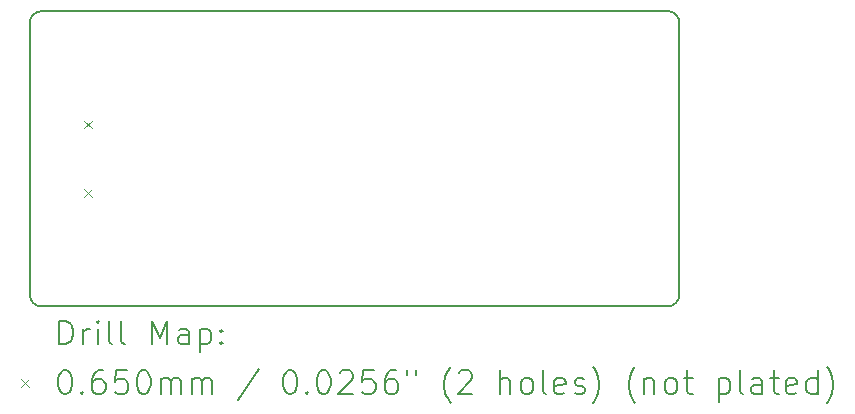
<source format=gbr>
%TF.GenerationSoftware,KiCad,Pcbnew,9.0.0*%
%TF.CreationDate,2025-05-06T12:44:32+02:00*%
%TF.ProjectId,Headless TEF lite,48656164-6c65-4737-9320-544546206c69,v1.0*%
%TF.SameCoordinates,Original*%
%TF.FileFunction,Drillmap*%
%TF.FilePolarity,Positive*%
%FSLAX45Y45*%
G04 Gerber Fmt 4.5, Leading zero omitted, Abs format (unit mm)*
G04 Created by KiCad (PCBNEW 9.0.0) date 2025-05-06 12:44:32*
%MOMM*%
%LPD*%
G01*
G04 APERTURE LIST*
%ADD10C,0.200000*%
%ADD11C,0.100000*%
G04 APERTURE END LIST*
D10*
X11390000Y-7400000D02*
X11390000Y-5100000D01*
X16890000Y-7400000D02*
G75*
G02*
X16790000Y-7500000I-100000J0D01*
G01*
X11490000Y-7500000D02*
G75*
G02*
X11390000Y-7400000I0J100000D01*
G01*
X11490000Y-7500000D02*
X16790000Y-7500000D01*
X16790000Y-5000000D02*
G75*
G02*
X16890000Y-5100000I0J-100000D01*
G01*
X16790000Y-5000000D02*
X11490000Y-5000000D01*
X11390000Y-5100000D02*
G75*
G02*
X11490000Y-5000000I100000J0D01*
G01*
X16890000Y-5100000D02*
X16890000Y-7400000D01*
D11*
X11853000Y-5928500D02*
X11918000Y-5993500D01*
X11918000Y-5928500D02*
X11853000Y-5993500D01*
X11853000Y-6506500D02*
X11918000Y-6571500D01*
X11918000Y-6506500D02*
X11853000Y-6571500D01*
D10*
X11640777Y-7821484D02*
X11640777Y-7621484D01*
X11640777Y-7621484D02*
X11688396Y-7621484D01*
X11688396Y-7621484D02*
X11716967Y-7631008D01*
X11716967Y-7631008D02*
X11736015Y-7650055D01*
X11736015Y-7650055D02*
X11745539Y-7669103D01*
X11745539Y-7669103D02*
X11755062Y-7707198D01*
X11755062Y-7707198D02*
X11755062Y-7735769D01*
X11755062Y-7735769D02*
X11745539Y-7773865D01*
X11745539Y-7773865D02*
X11736015Y-7792912D01*
X11736015Y-7792912D02*
X11716967Y-7811960D01*
X11716967Y-7811960D02*
X11688396Y-7821484D01*
X11688396Y-7821484D02*
X11640777Y-7821484D01*
X11840777Y-7821484D02*
X11840777Y-7688150D01*
X11840777Y-7726246D02*
X11850301Y-7707198D01*
X11850301Y-7707198D02*
X11859824Y-7697674D01*
X11859824Y-7697674D02*
X11878872Y-7688150D01*
X11878872Y-7688150D02*
X11897920Y-7688150D01*
X11964586Y-7821484D02*
X11964586Y-7688150D01*
X11964586Y-7621484D02*
X11955062Y-7631008D01*
X11955062Y-7631008D02*
X11964586Y-7640531D01*
X11964586Y-7640531D02*
X11974110Y-7631008D01*
X11974110Y-7631008D02*
X11964586Y-7621484D01*
X11964586Y-7621484D02*
X11964586Y-7640531D01*
X12088396Y-7821484D02*
X12069348Y-7811960D01*
X12069348Y-7811960D02*
X12059824Y-7792912D01*
X12059824Y-7792912D02*
X12059824Y-7621484D01*
X12193158Y-7821484D02*
X12174110Y-7811960D01*
X12174110Y-7811960D02*
X12164586Y-7792912D01*
X12164586Y-7792912D02*
X12164586Y-7621484D01*
X12421729Y-7821484D02*
X12421729Y-7621484D01*
X12421729Y-7621484D02*
X12488396Y-7764341D01*
X12488396Y-7764341D02*
X12555062Y-7621484D01*
X12555062Y-7621484D02*
X12555062Y-7821484D01*
X12736015Y-7821484D02*
X12736015Y-7716722D01*
X12736015Y-7716722D02*
X12726491Y-7697674D01*
X12726491Y-7697674D02*
X12707443Y-7688150D01*
X12707443Y-7688150D02*
X12669348Y-7688150D01*
X12669348Y-7688150D02*
X12650301Y-7697674D01*
X12736015Y-7811960D02*
X12716967Y-7821484D01*
X12716967Y-7821484D02*
X12669348Y-7821484D01*
X12669348Y-7821484D02*
X12650301Y-7811960D01*
X12650301Y-7811960D02*
X12640777Y-7792912D01*
X12640777Y-7792912D02*
X12640777Y-7773865D01*
X12640777Y-7773865D02*
X12650301Y-7754817D01*
X12650301Y-7754817D02*
X12669348Y-7745293D01*
X12669348Y-7745293D02*
X12716967Y-7745293D01*
X12716967Y-7745293D02*
X12736015Y-7735769D01*
X12831253Y-7688150D02*
X12831253Y-7888150D01*
X12831253Y-7697674D02*
X12850301Y-7688150D01*
X12850301Y-7688150D02*
X12888396Y-7688150D01*
X12888396Y-7688150D02*
X12907443Y-7697674D01*
X12907443Y-7697674D02*
X12916967Y-7707198D01*
X12916967Y-7707198D02*
X12926491Y-7726246D01*
X12926491Y-7726246D02*
X12926491Y-7783388D01*
X12926491Y-7783388D02*
X12916967Y-7802436D01*
X12916967Y-7802436D02*
X12907443Y-7811960D01*
X12907443Y-7811960D02*
X12888396Y-7821484D01*
X12888396Y-7821484D02*
X12850301Y-7821484D01*
X12850301Y-7821484D02*
X12831253Y-7811960D01*
X13012205Y-7802436D02*
X13021729Y-7811960D01*
X13021729Y-7811960D02*
X13012205Y-7821484D01*
X13012205Y-7821484D02*
X13002682Y-7811960D01*
X13002682Y-7811960D02*
X13012205Y-7802436D01*
X13012205Y-7802436D02*
X13012205Y-7821484D01*
X13012205Y-7697674D02*
X13021729Y-7707198D01*
X13021729Y-7707198D02*
X13012205Y-7716722D01*
X13012205Y-7716722D02*
X13002682Y-7707198D01*
X13002682Y-7707198D02*
X13012205Y-7697674D01*
X13012205Y-7697674D02*
X13012205Y-7716722D01*
D11*
X11315000Y-8117500D02*
X11380000Y-8182500D01*
X11380000Y-8117500D02*
X11315000Y-8182500D01*
D10*
X11678872Y-8041484D02*
X11697920Y-8041484D01*
X11697920Y-8041484D02*
X11716967Y-8051008D01*
X11716967Y-8051008D02*
X11726491Y-8060531D01*
X11726491Y-8060531D02*
X11736015Y-8079579D01*
X11736015Y-8079579D02*
X11745539Y-8117674D01*
X11745539Y-8117674D02*
X11745539Y-8165293D01*
X11745539Y-8165293D02*
X11736015Y-8203388D01*
X11736015Y-8203388D02*
X11726491Y-8222436D01*
X11726491Y-8222436D02*
X11716967Y-8231960D01*
X11716967Y-8231960D02*
X11697920Y-8241484D01*
X11697920Y-8241484D02*
X11678872Y-8241484D01*
X11678872Y-8241484D02*
X11659824Y-8231960D01*
X11659824Y-8231960D02*
X11650301Y-8222436D01*
X11650301Y-8222436D02*
X11640777Y-8203388D01*
X11640777Y-8203388D02*
X11631253Y-8165293D01*
X11631253Y-8165293D02*
X11631253Y-8117674D01*
X11631253Y-8117674D02*
X11640777Y-8079579D01*
X11640777Y-8079579D02*
X11650301Y-8060531D01*
X11650301Y-8060531D02*
X11659824Y-8051008D01*
X11659824Y-8051008D02*
X11678872Y-8041484D01*
X11831253Y-8222436D02*
X11840777Y-8231960D01*
X11840777Y-8231960D02*
X11831253Y-8241484D01*
X11831253Y-8241484D02*
X11821729Y-8231960D01*
X11821729Y-8231960D02*
X11831253Y-8222436D01*
X11831253Y-8222436D02*
X11831253Y-8241484D01*
X12012205Y-8041484D02*
X11974110Y-8041484D01*
X11974110Y-8041484D02*
X11955062Y-8051008D01*
X11955062Y-8051008D02*
X11945539Y-8060531D01*
X11945539Y-8060531D02*
X11926491Y-8089103D01*
X11926491Y-8089103D02*
X11916967Y-8127198D01*
X11916967Y-8127198D02*
X11916967Y-8203388D01*
X11916967Y-8203388D02*
X11926491Y-8222436D01*
X11926491Y-8222436D02*
X11936015Y-8231960D01*
X11936015Y-8231960D02*
X11955062Y-8241484D01*
X11955062Y-8241484D02*
X11993158Y-8241484D01*
X11993158Y-8241484D02*
X12012205Y-8231960D01*
X12012205Y-8231960D02*
X12021729Y-8222436D01*
X12021729Y-8222436D02*
X12031253Y-8203388D01*
X12031253Y-8203388D02*
X12031253Y-8155769D01*
X12031253Y-8155769D02*
X12021729Y-8136722D01*
X12021729Y-8136722D02*
X12012205Y-8127198D01*
X12012205Y-8127198D02*
X11993158Y-8117674D01*
X11993158Y-8117674D02*
X11955062Y-8117674D01*
X11955062Y-8117674D02*
X11936015Y-8127198D01*
X11936015Y-8127198D02*
X11926491Y-8136722D01*
X11926491Y-8136722D02*
X11916967Y-8155769D01*
X12212205Y-8041484D02*
X12116967Y-8041484D01*
X12116967Y-8041484D02*
X12107443Y-8136722D01*
X12107443Y-8136722D02*
X12116967Y-8127198D01*
X12116967Y-8127198D02*
X12136015Y-8117674D01*
X12136015Y-8117674D02*
X12183634Y-8117674D01*
X12183634Y-8117674D02*
X12202682Y-8127198D01*
X12202682Y-8127198D02*
X12212205Y-8136722D01*
X12212205Y-8136722D02*
X12221729Y-8155769D01*
X12221729Y-8155769D02*
X12221729Y-8203388D01*
X12221729Y-8203388D02*
X12212205Y-8222436D01*
X12212205Y-8222436D02*
X12202682Y-8231960D01*
X12202682Y-8231960D02*
X12183634Y-8241484D01*
X12183634Y-8241484D02*
X12136015Y-8241484D01*
X12136015Y-8241484D02*
X12116967Y-8231960D01*
X12116967Y-8231960D02*
X12107443Y-8222436D01*
X12345539Y-8041484D02*
X12364586Y-8041484D01*
X12364586Y-8041484D02*
X12383634Y-8051008D01*
X12383634Y-8051008D02*
X12393158Y-8060531D01*
X12393158Y-8060531D02*
X12402682Y-8079579D01*
X12402682Y-8079579D02*
X12412205Y-8117674D01*
X12412205Y-8117674D02*
X12412205Y-8165293D01*
X12412205Y-8165293D02*
X12402682Y-8203388D01*
X12402682Y-8203388D02*
X12393158Y-8222436D01*
X12393158Y-8222436D02*
X12383634Y-8231960D01*
X12383634Y-8231960D02*
X12364586Y-8241484D01*
X12364586Y-8241484D02*
X12345539Y-8241484D01*
X12345539Y-8241484D02*
X12326491Y-8231960D01*
X12326491Y-8231960D02*
X12316967Y-8222436D01*
X12316967Y-8222436D02*
X12307443Y-8203388D01*
X12307443Y-8203388D02*
X12297920Y-8165293D01*
X12297920Y-8165293D02*
X12297920Y-8117674D01*
X12297920Y-8117674D02*
X12307443Y-8079579D01*
X12307443Y-8079579D02*
X12316967Y-8060531D01*
X12316967Y-8060531D02*
X12326491Y-8051008D01*
X12326491Y-8051008D02*
X12345539Y-8041484D01*
X12497920Y-8241484D02*
X12497920Y-8108150D01*
X12497920Y-8127198D02*
X12507443Y-8117674D01*
X12507443Y-8117674D02*
X12526491Y-8108150D01*
X12526491Y-8108150D02*
X12555063Y-8108150D01*
X12555063Y-8108150D02*
X12574110Y-8117674D01*
X12574110Y-8117674D02*
X12583634Y-8136722D01*
X12583634Y-8136722D02*
X12583634Y-8241484D01*
X12583634Y-8136722D02*
X12593158Y-8117674D01*
X12593158Y-8117674D02*
X12612205Y-8108150D01*
X12612205Y-8108150D02*
X12640777Y-8108150D01*
X12640777Y-8108150D02*
X12659824Y-8117674D01*
X12659824Y-8117674D02*
X12669348Y-8136722D01*
X12669348Y-8136722D02*
X12669348Y-8241484D01*
X12764586Y-8241484D02*
X12764586Y-8108150D01*
X12764586Y-8127198D02*
X12774110Y-8117674D01*
X12774110Y-8117674D02*
X12793158Y-8108150D01*
X12793158Y-8108150D02*
X12821729Y-8108150D01*
X12821729Y-8108150D02*
X12840777Y-8117674D01*
X12840777Y-8117674D02*
X12850301Y-8136722D01*
X12850301Y-8136722D02*
X12850301Y-8241484D01*
X12850301Y-8136722D02*
X12859824Y-8117674D01*
X12859824Y-8117674D02*
X12878872Y-8108150D01*
X12878872Y-8108150D02*
X12907443Y-8108150D01*
X12907443Y-8108150D02*
X12926491Y-8117674D01*
X12926491Y-8117674D02*
X12936015Y-8136722D01*
X12936015Y-8136722D02*
X12936015Y-8241484D01*
X13326491Y-8031960D02*
X13155063Y-8289103D01*
X13583634Y-8041484D02*
X13602682Y-8041484D01*
X13602682Y-8041484D02*
X13621729Y-8051008D01*
X13621729Y-8051008D02*
X13631253Y-8060531D01*
X13631253Y-8060531D02*
X13640777Y-8079579D01*
X13640777Y-8079579D02*
X13650301Y-8117674D01*
X13650301Y-8117674D02*
X13650301Y-8165293D01*
X13650301Y-8165293D02*
X13640777Y-8203388D01*
X13640777Y-8203388D02*
X13631253Y-8222436D01*
X13631253Y-8222436D02*
X13621729Y-8231960D01*
X13621729Y-8231960D02*
X13602682Y-8241484D01*
X13602682Y-8241484D02*
X13583634Y-8241484D01*
X13583634Y-8241484D02*
X13564586Y-8231960D01*
X13564586Y-8231960D02*
X13555063Y-8222436D01*
X13555063Y-8222436D02*
X13545539Y-8203388D01*
X13545539Y-8203388D02*
X13536015Y-8165293D01*
X13536015Y-8165293D02*
X13536015Y-8117674D01*
X13536015Y-8117674D02*
X13545539Y-8079579D01*
X13545539Y-8079579D02*
X13555063Y-8060531D01*
X13555063Y-8060531D02*
X13564586Y-8051008D01*
X13564586Y-8051008D02*
X13583634Y-8041484D01*
X13736015Y-8222436D02*
X13745539Y-8231960D01*
X13745539Y-8231960D02*
X13736015Y-8241484D01*
X13736015Y-8241484D02*
X13726491Y-8231960D01*
X13726491Y-8231960D02*
X13736015Y-8222436D01*
X13736015Y-8222436D02*
X13736015Y-8241484D01*
X13869348Y-8041484D02*
X13888396Y-8041484D01*
X13888396Y-8041484D02*
X13907444Y-8051008D01*
X13907444Y-8051008D02*
X13916967Y-8060531D01*
X13916967Y-8060531D02*
X13926491Y-8079579D01*
X13926491Y-8079579D02*
X13936015Y-8117674D01*
X13936015Y-8117674D02*
X13936015Y-8165293D01*
X13936015Y-8165293D02*
X13926491Y-8203388D01*
X13926491Y-8203388D02*
X13916967Y-8222436D01*
X13916967Y-8222436D02*
X13907444Y-8231960D01*
X13907444Y-8231960D02*
X13888396Y-8241484D01*
X13888396Y-8241484D02*
X13869348Y-8241484D01*
X13869348Y-8241484D02*
X13850301Y-8231960D01*
X13850301Y-8231960D02*
X13840777Y-8222436D01*
X13840777Y-8222436D02*
X13831253Y-8203388D01*
X13831253Y-8203388D02*
X13821729Y-8165293D01*
X13821729Y-8165293D02*
X13821729Y-8117674D01*
X13821729Y-8117674D02*
X13831253Y-8079579D01*
X13831253Y-8079579D02*
X13840777Y-8060531D01*
X13840777Y-8060531D02*
X13850301Y-8051008D01*
X13850301Y-8051008D02*
X13869348Y-8041484D01*
X14012206Y-8060531D02*
X14021729Y-8051008D01*
X14021729Y-8051008D02*
X14040777Y-8041484D01*
X14040777Y-8041484D02*
X14088396Y-8041484D01*
X14088396Y-8041484D02*
X14107444Y-8051008D01*
X14107444Y-8051008D02*
X14116967Y-8060531D01*
X14116967Y-8060531D02*
X14126491Y-8079579D01*
X14126491Y-8079579D02*
X14126491Y-8098627D01*
X14126491Y-8098627D02*
X14116967Y-8127198D01*
X14116967Y-8127198D02*
X14002682Y-8241484D01*
X14002682Y-8241484D02*
X14126491Y-8241484D01*
X14307444Y-8041484D02*
X14212206Y-8041484D01*
X14212206Y-8041484D02*
X14202682Y-8136722D01*
X14202682Y-8136722D02*
X14212206Y-8127198D01*
X14212206Y-8127198D02*
X14231253Y-8117674D01*
X14231253Y-8117674D02*
X14278872Y-8117674D01*
X14278872Y-8117674D02*
X14297920Y-8127198D01*
X14297920Y-8127198D02*
X14307444Y-8136722D01*
X14307444Y-8136722D02*
X14316967Y-8155769D01*
X14316967Y-8155769D02*
X14316967Y-8203388D01*
X14316967Y-8203388D02*
X14307444Y-8222436D01*
X14307444Y-8222436D02*
X14297920Y-8231960D01*
X14297920Y-8231960D02*
X14278872Y-8241484D01*
X14278872Y-8241484D02*
X14231253Y-8241484D01*
X14231253Y-8241484D02*
X14212206Y-8231960D01*
X14212206Y-8231960D02*
X14202682Y-8222436D01*
X14488396Y-8041484D02*
X14450301Y-8041484D01*
X14450301Y-8041484D02*
X14431253Y-8051008D01*
X14431253Y-8051008D02*
X14421729Y-8060531D01*
X14421729Y-8060531D02*
X14402682Y-8089103D01*
X14402682Y-8089103D02*
X14393158Y-8127198D01*
X14393158Y-8127198D02*
X14393158Y-8203388D01*
X14393158Y-8203388D02*
X14402682Y-8222436D01*
X14402682Y-8222436D02*
X14412206Y-8231960D01*
X14412206Y-8231960D02*
X14431253Y-8241484D01*
X14431253Y-8241484D02*
X14469348Y-8241484D01*
X14469348Y-8241484D02*
X14488396Y-8231960D01*
X14488396Y-8231960D02*
X14497920Y-8222436D01*
X14497920Y-8222436D02*
X14507444Y-8203388D01*
X14507444Y-8203388D02*
X14507444Y-8155769D01*
X14507444Y-8155769D02*
X14497920Y-8136722D01*
X14497920Y-8136722D02*
X14488396Y-8127198D01*
X14488396Y-8127198D02*
X14469348Y-8117674D01*
X14469348Y-8117674D02*
X14431253Y-8117674D01*
X14431253Y-8117674D02*
X14412206Y-8127198D01*
X14412206Y-8127198D02*
X14402682Y-8136722D01*
X14402682Y-8136722D02*
X14393158Y-8155769D01*
X14583634Y-8041484D02*
X14583634Y-8079579D01*
X14659825Y-8041484D02*
X14659825Y-8079579D01*
X14955063Y-8317674D02*
X14945539Y-8308150D01*
X14945539Y-8308150D02*
X14926491Y-8279579D01*
X14926491Y-8279579D02*
X14916968Y-8260531D01*
X14916968Y-8260531D02*
X14907444Y-8231960D01*
X14907444Y-8231960D02*
X14897920Y-8184341D01*
X14897920Y-8184341D02*
X14897920Y-8146246D01*
X14897920Y-8146246D02*
X14907444Y-8098627D01*
X14907444Y-8098627D02*
X14916968Y-8070055D01*
X14916968Y-8070055D02*
X14926491Y-8051008D01*
X14926491Y-8051008D02*
X14945539Y-8022436D01*
X14945539Y-8022436D02*
X14955063Y-8012912D01*
X15021729Y-8060531D02*
X15031253Y-8051008D01*
X15031253Y-8051008D02*
X15050301Y-8041484D01*
X15050301Y-8041484D02*
X15097920Y-8041484D01*
X15097920Y-8041484D02*
X15116968Y-8051008D01*
X15116968Y-8051008D02*
X15126491Y-8060531D01*
X15126491Y-8060531D02*
X15136015Y-8079579D01*
X15136015Y-8079579D02*
X15136015Y-8098627D01*
X15136015Y-8098627D02*
X15126491Y-8127198D01*
X15126491Y-8127198D02*
X15012206Y-8241484D01*
X15012206Y-8241484D02*
X15136015Y-8241484D01*
X15374110Y-8241484D02*
X15374110Y-8041484D01*
X15459825Y-8241484D02*
X15459825Y-8136722D01*
X15459825Y-8136722D02*
X15450301Y-8117674D01*
X15450301Y-8117674D02*
X15431253Y-8108150D01*
X15431253Y-8108150D02*
X15402682Y-8108150D01*
X15402682Y-8108150D02*
X15383634Y-8117674D01*
X15383634Y-8117674D02*
X15374110Y-8127198D01*
X15583634Y-8241484D02*
X15564587Y-8231960D01*
X15564587Y-8231960D02*
X15555063Y-8222436D01*
X15555063Y-8222436D02*
X15545539Y-8203388D01*
X15545539Y-8203388D02*
X15545539Y-8146246D01*
X15545539Y-8146246D02*
X15555063Y-8127198D01*
X15555063Y-8127198D02*
X15564587Y-8117674D01*
X15564587Y-8117674D02*
X15583634Y-8108150D01*
X15583634Y-8108150D02*
X15612206Y-8108150D01*
X15612206Y-8108150D02*
X15631253Y-8117674D01*
X15631253Y-8117674D02*
X15640777Y-8127198D01*
X15640777Y-8127198D02*
X15650301Y-8146246D01*
X15650301Y-8146246D02*
X15650301Y-8203388D01*
X15650301Y-8203388D02*
X15640777Y-8222436D01*
X15640777Y-8222436D02*
X15631253Y-8231960D01*
X15631253Y-8231960D02*
X15612206Y-8241484D01*
X15612206Y-8241484D02*
X15583634Y-8241484D01*
X15764587Y-8241484D02*
X15745539Y-8231960D01*
X15745539Y-8231960D02*
X15736015Y-8212912D01*
X15736015Y-8212912D02*
X15736015Y-8041484D01*
X15916968Y-8231960D02*
X15897920Y-8241484D01*
X15897920Y-8241484D02*
X15859825Y-8241484D01*
X15859825Y-8241484D02*
X15840777Y-8231960D01*
X15840777Y-8231960D02*
X15831253Y-8212912D01*
X15831253Y-8212912D02*
X15831253Y-8136722D01*
X15831253Y-8136722D02*
X15840777Y-8117674D01*
X15840777Y-8117674D02*
X15859825Y-8108150D01*
X15859825Y-8108150D02*
X15897920Y-8108150D01*
X15897920Y-8108150D02*
X15916968Y-8117674D01*
X15916968Y-8117674D02*
X15926491Y-8136722D01*
X15926491Y-8136722D02*
X15926491Y-8155769D01*
X15926491Y-8155769D02*
X15831253Y-8174817D01*
X16002682Y-8231960D02*
X16021730Y-8241484D01*
X16021730Y-8241484D02*
X16059825Y-8241484D01*
X16059825Y-8241484D02*
X16078872Y-8231960D01*
X16078872Y-8231960D02*
X16088396Y-8212912D01*
X16088396Y-8212912D02*
X16088396Y-8203388D01*
X16088396Y-8203388D02*
X16078872Y-8184341D01*
X16078872Y-8184341D02*
X16059825Y-8174817D01*
X16059825Y-8174817D02*
X16031253Y-8174817D01*
X16031253Y-8174817D02*
X16012206Y-8165293D01*
X16012206Y-8165293D02*
X16002682Y-8146246D01*
X16002682Y-8146246D02*
X16002682Y-8136722D01*
X16002682Y-8136722D02*
X16012206Y-8117674D01*
X16012206Y-8117674D02*
X16031253Y-8108150D01*
X16031253Y-8108150D02*
X16059825Y-8108150D01*
X16059825Y-8108150D02*
X16078872Y-8117674D01*
X16155063Y-8317674D02*
X16164587Y-8308150D01*
X16164587Y-8308150D02*
X16183634Y-8279579D01*
X16183634Y-8279579D02*
X16193158Y-8260531D01*
X16193158Y-8260531D02*
X16202682Y-8231960D01*
X16202682Y-8231960D02*
X16212206Y-8184341D01*
X16212206Y-8184341D02*
X16212206Y-8146246D01*
X16212206Y-8146246D02*
X16202682Y-8098627D01*
X16202682Y-8098627D02*
X16193158Y-8070055D01*
X16193158Y-8070055D02*
X16183634Y-8051008D01*
X16183634Y-8051008D02*
X16164587Y-8022436D01*
X16164587Y-8022436D02*
X16155063Y-8012912D01*
X16516968Y-8317674D02*
X16507444Y-8308150D01*
X16507444Y-8308150D02*
X16488396Y-8279579D01*
X16488396Y-8279579D02*
X16478872Y-8260531D01*
X16478872Y-8260531D02*
X16469349Y-8231960D01*
X16469349Y-8231960D02*
X16459825Y-8184341D01*
X16459825Y-8184341D02*
X16459825Y-8146246D01*
X16459825Y-8146246D02*
X16469349Y-8098627D01*
X16469349Y-8098627D02*
X16478872Y-8070055D01*
X16478872Y-8070055D02*
X16488396Y-8051008D01*
X16488396Y-8051008D02*
X16507444Y-8022436D01*
X16507444Y-8022436D02*
X16516968Y-8012912D01*
X16593158Y-8108150D02*
X16593158Y-8241484D01*
X16593158Y-8127198D02*
X16602682Y-8117674D01*
X16602682Y-8117674D02*
X16621730Y-8108150D01*
X16621730Y-8108150D02*
X16650301Y-8108150D01*
X16650301Y-8108150D02*
X16669349Y-8117674D01*
X16669349Y-8117674D02*
X16678872Y-8136722D01*
X16678872Y-8136722D02*
X16678872Y-8241484D01*
X16802682Y-8241484D02*
X16783634Y-8231960D01*
X16783634Y-8231960D02*
X16774111Y-8222436D01*
X16774111Y-8222436D02*
X16764587Y-8203388D01*
X16764587Y-8203388D02*
X16764587Y-8146246D01*
X16764587Y-8146246D02*
X16774111Y-8127198D01*
X16774111Y-8127198D02*
X16783634Y-8117674D01*
X16783634Y-8117674D02*
X16802682Y-8108150D01*
X16802682Y-8108150D02*
X16831254Y-8108150D01*
X16831254Y-8108150D02*
X16850301Y-8117674D01*
X16850301Y-8117674D02*
X16859825Y-8127198D01*
X16859825Y-8127198D02*
X16869349Y-8146246D01*
X16869349Y-8146246D02*
X16869349Y-8203388D01*
X16869349Y-8203388D02*
X16859825Y-8222436D01*
X16859825Y-8222436D02*
X16850301Y-8231960D01*
X16850301Y-8231960D02*
X16831254Y-8241484D01*
X16831254Y-8241484D02*
X16802682Y-8241484D01*
X16926492Y-8108150D02*
X17002682Y-8108150D01*
X16955063Y-8041484D02*
X16955063Y-8212912D01*
X16955063Y-8212912D02*
X16964587Y-8231960D01*
X16964587Y-8231960D02*
X16983634Y-8241484D01*
X16983634Y-8241484D02*
X17002682Y-8241484D01*
X17221730Y-8108150D02*
X17221730Y-8308150D01*
X17221730Y-8117674D02*
X17240777Y-8108150D01*
X17240777Y-8108150D02*
X17278873Y-8108150D01*
X17278873Y-8108150D02*
X17297920Y-8117674D01*
X17297920Y-8117674D02*
X17307444Y-8127198D01*
X17307444Y-8127198D02*
X17316968Y-8146246D01*
X17316968Y-8146246D02*
X17316968Y-8203388D01*
X17316968Y-8203388D02*
X17307444Y-8222436D01*
X17307444Y-8222436D02*
X17297920Y-8231960D01*
X17297920Y-8231960D02*
X17278873Y-8241484D01*
X17278873Y-8241484D02*
X17240777Y-8241484D01*
X17240777Y-8241484D02*
X17221730Y-8231960D01*
X17431254Y-8241484D02*
X17412206Y-8231960D01*
X17412206Y-8231960D02*
X17402682Y-8212912D01*
X17402682Y-8212912D02*
X17402682Y-8041484D01*
X17593158Y-8241484D02*
X17593158Y-8136722D01*
X17593158Y-8136722D02*
X17583635Y-8117674D01*
X17583635Y-8117674D02*
X17564587Y-8108150D01*
X17564587Y-8108150D02*
X17526492Y-8108150D01*
X17526492Y-8108150D02*
X17507444Y-8117674D01*
X17593158Y-8231960D02*
X17574111Y-8241484D01*
X17574111Y-8241484D02*
X17526492Y-8241484D01*
X17526492Y-8241484D02*
X17507444Y-8231960D01*
X17507444Y-8231960D02*
X17497920Y-8212912D01*
X17497920Y-8212912D02*
X17497920Y-8193865D01*
X17497920Y-8193865D02*
X17507444Y-8174817D01*
X17507444Y-8174817D02*
X17526492Y-8165293D01*
X17526492Y-8165293D02*
X17574111Y-8165293D01*
X17574111Y-8165293D02*
X17593158Y-8155769D01*
X17659825Y-8108150D02*
X17736015Y-8108150D01*
X17688396Y-8041484D02*
X17688396Y-8212912D01*
X17688396Y-8212912D02*
X17697920Y-8231960D01*
X17697920Y-8231960D02*
X17716968Y-8241484D01*
X17716968Y-8241484D02*
X17736015Y-8241484D01*
X17878873Y-8231960D02*
X17859825Y-8241484D01*
X17859825Y-8241484D02*
X17821730Y-8241484D01*
X17821730Y-8241484D02*
X17802682Y-8231960D01*
X17802682Y-8231960D02*
X17793158Y-8212912D01*
X17793158Y-8212912D02*
X17793158Y-8136722D01*
X17793158Y-8136722D02*
X17802682Y-8117674D01*
X17802682Y-8117674D02*
X17821730Y-8108150D01*
X17821730Y-8108150D02*
X17859825Y-8108150D01*
X17859825Y-8108150D02*
X17878873Y-8117674D01*
X17878873Y-8117674D02*
X17888396Y-8136722D01*
X17888396Y-8136722D02*
X17888396Y-8155769D01*
X17888396Y-8155769D02*
X17793158Y-8174817D01*
X18059825Y-8241484D02*
X18059825Y-8041484D01*
X18059825Y-8231960D02*
X18040777Y-8241484D01*
X18040777Y-8241484D02*
X18002682Y-8241484D01*
X18002682Y-8241484D02*
X17983635Y-8231960D01*
X17983635Y-8231960D02*
X17974111Y-8222436D01*
X17974111Y-8222436D02*
X17964587Y-8203388D01*
X17964587Y-8203388D02*
X17964587Y-8146246D01*
X17964587Y-8146246D02*
X17974111Y-8127198D01*
X17974111Y-8127198D02*
X17983635Y-8117674D01*
X17983635Y-8117674D02*
X18002682Y-8108150D01*
X18002682Y-8108150D02*
X18040777Y-8108150D01*
X18040777Y-8108150D02*
X18059825Y-8117674D01*
X18136016Y-8317674D02*
X18145539Y-8308150D01*
X18145539Y-8308150D02*
X18164587Y-8279579D01*
X18164587Y-8279579D02*
X18174111Y-8260531D01*
X18174111Y-8260531D02*
X18183635Y-8231960D01*
X18183635Y-8231960D02*
X18193158Y-8184341D01*
X18193158Y-8184341D02*
X18193158Y-8146246D01*
X18193158Y-8146246D02*
X18183635Y-8098627D01*
X18183635Y-8098627D02*
X18174111Y-8070055D01*
X18174111Y-8070055D02*
X18164587Y-8051008D01*
X18164587Y-8051008D02*
X18145539Y-8022436D01*
X18145539Y-8022436D02*
X18136016Y-8012912D01*
M02*

</source>
